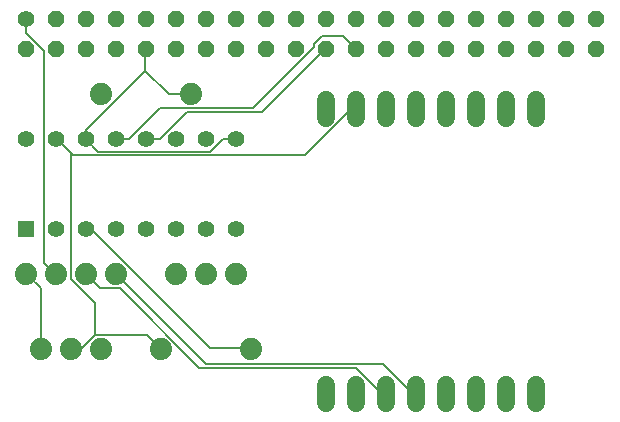
<source format=gbr>
G04 EAGLE Gerber RS-274X export*
G75*
%MOMM*%
%FSLAX34Y34*%
%LPD*%
%INBottom Copper*%
%IPPOS*%
%AMOC8*
5,1,8,0,0,1.08239X$1,22.5*%
G01*
%ADD10C,1.524000*%
%ADD11C,1.879600*%
%ADD12C,1.422400*%
%ADD13P,1.539592X8X22.500000*%
%ADD14R,1.408000X1.408000*%
%ADD15C,1.408000*%
%ADD16C,0.152400*%


D10*
X279400Y668020D02*
X279400Y652780D01*
X304800Y652780D02*
X304800Y668020D01*
X330200Y668020D02*
X330200Y652780D01*
X355600Y652780D02*
X355600Y668020D01*
X381000Y668020D02*
X381000Y652780D01*
X406400Y652780D02*
X406400Y668020D01*
X431800Y668020D02*
X431800Y652780D01*
X457200Y652780D02*
X457200Y668020D01*
X279400Y894080D02*
X279400Y909320D01*
X304800Y909320D02*
X304800Y894080D01*
X330200Y894080D02*
X330200Y909320D01*
X355600Y909320D02*
X355600Y894080D01*
X381000Y894080D02*
X381000Y909320D01*
X406400Y909320D02*
X406400Y894080D01*
X431800Y894080D02*
X431800Y909320D01*
X457200Y909320D02*
X457200Y894080D01*
D11*
X139700Y698500D03*
X215900Y698500D03*
X88900Y914400D03*
X165100Y914400D03*
D12*
X25400Y977900D03*
D13*
X25400Y952500D03*
X50800Y977900D03*
X50800Y952500D03*
X76200Y977900D03*
X76200Y952500D03*
X101600Y977900D03*
X101600Y952500D03*
X127000Y977900D03*
X127000Y952500D03*
X152400Y977900D03*
X152400Y952500D03*
X177800Y977900D03*
X177800Y952500D03*
X203200Y977900D03*
X203200Y952500D03*
X228600Y977900D03*
X228600Y952500D03*
X254000Y977900D03*
X254000Y952500D03*
X279400Y977900D03*
X279400Y952500D03*
X304800Y977900D03*
X304800Y952500D03*
X330200Y977900D03*
X330200Y952500D03*
X355600Y977900D03*
X355600Y952500D03*
X381000Y977900D03*
X381000Y952500D03*
X406400Y977900D03*
X406400Y952500D03*
X431800Y977900D03*
X431800Y952500D03*
X457200Y977900D03*
X457200Y952500D03*
X482600Y977900D03*
X482600Y952500D03*
X508000Y977900D03*
X508000Y952500D03*
D14*
X25400Y800100D03*
D15*
X50800Y800100D03*
X76200Y800100D03*
X101600Y800100D03*
X127000Y800100D03*
X152400Y800100D03*
X177800Y800100D03*
X203200Y800100D03*
X177800Y876300D03*
X152400Y876300D03*
X127000Y876300D03*
X101600Y876300D03*
X76200Y876300D03*
X50800Y876300D03*
X25400Y876300D03*
X203200Y876300D03*
D11*
X25400Y762000D03*
X50800Y762000D03*
X76200Y762000D03*
X101600Y762000D03*
X152400Y762000D03*
X177800Y762000D03*
X203200Y762000D03*
X38100Y698500D03*
X63500Y698500D03*
X88900Y698500D03*
D16*
X73152Y699516D02*
X64008Y699516D01*
X73152Y699516D02*
X83820Y710184D01*
X128016Y710184D01*
X139700Y698500D01*
X64008Y699516D02*
X63500Y698500D01*
X300228Y900684D02*
X304800Y900684D01*
X300228Y900684D02*
X262128Y862584D01*
X65532Y862584D01*
X64008Y864108D02*
X51816Y876300D01*
X64008Y864108D02*
X65532Y862584D01*
X304800Y900684D02*
X304800Y901700D01*
X51816Y876300D02*
X50800Y876300D01*
X83820Y737616D02*
X83820Y710184D01*
X83820Y737616D02*
X64008Y757428D01*
X64008Y864108D01*
X326136Y661416D02*
X329184Y661416D01*
X326136Y661416D02*
X304800Y682752D01*
X172212Y682752D01*
X105156Y749808D01*
X88392Y749808D01*
X76200Y762000D01*
X329184Y661416D02*
X330200Y660400D01*
X352044Y661416D02*
X355092Y661416D01*
X352044Y661416D02*
X327660Y685800D01*
X178308Y685800D01*
X102108Y762000D01*
X355092Y661416D02*
X355600Y660400D01*
X102108Y762000D02*
X101600Y762000D01*
X181356Y699516D02*
X214884Y699516D01*
X181356Y699516D02*
X80772Y800100D01*
X76200Y800100D01*
X214884Y699516D02*
X215900Y698500D01*
X38100Y698500D02*
X38100Y749808D01*
X25908Y762000D01*
X25400Y762000D01*
X76200Y876300D02*
X76200Y883920D01*
X126492Y934212D01*
X126492Y952500D01*
X127000Y952500D01*
X146304Y914400D02*
X165100Y914400D01*
X146304Y914400D02*
X126492Y934212D01*
X192024Y876300D02*
X203200Y876300D01*
X192024Y876300D02*
X181356Y865632D01*
X86868Y865632D01*
X76200Y876300D01*
X101600Y876300D02*
X112776Y876300D01*
X138684Y902208D01*
X217932Y902208D01*
X269748Y954024D01*
X269748Y957072D01*
X275844Y963168D01*
X294132Y963168D01*
X304800Y952500D01*
X138684Y876300D02*
X127000Y876300D01*
X138684Y876300D02*
X161544Y899160D01*
X225552Y899160D01*
X278892Y952500D01*
X279400Y952500D01*
X25908Y966216D02*
X25908Y976884D01*
X25908Y966216D02*
X41148Y950976D01*
X41148Y771144D01*
X50292Y762000D01*
X25908Y976884D02*
X25400Y977900D01*
X50292Y762000D02*
X50800Y762000D01*
M02*

</source>
